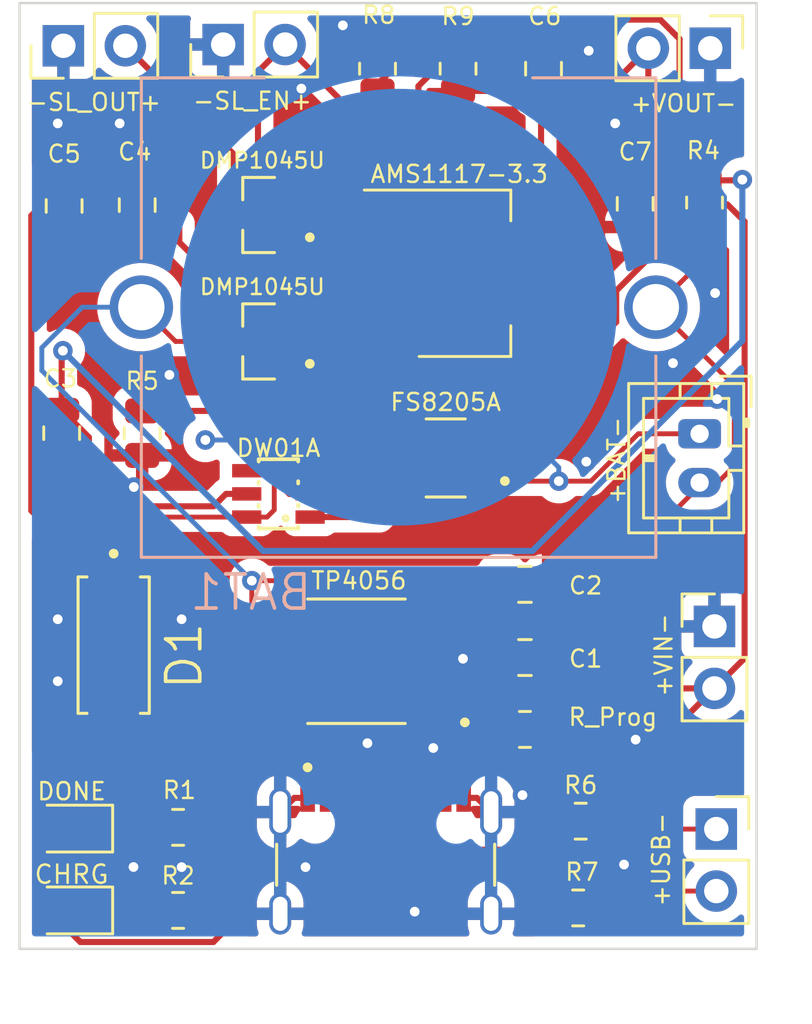
<source format=kicad_pcb>
(kicad_pcb (version 20211014) (generator pcbnew)
  (layers (0 "F.Cu" signal) (31 "B.Cu" signal) (34 "B.Paste" user) (35 "F.Paste" user) (36 "B.SilkS" user "B.Silkscreen") (37 "F.SilkS" user "F.Silkscreen") (38 "B.Mask" user) (39 "F.Mask" user) (44 "Edge.Cuts" user))
  (net 0 "")
  (net 1 "B-")
  (net 2 "B+")
  (net 3 "+5C")
  (net 4 "GND")
  (net 5 "Net-(C3-Pad1)")
  (net 6 "REG")
  (net 7 "LS+")
  (net 8 "SL_EN")
  (net 9 "SL+")
  (net 10 "Net-(LED1-Pad1)")
  (net 11 "Net-(LED2-Pad1)")
  (net 13 "Net-(P1-PadA6)")
  (net 14 "Net-(P1-PadA7)")
  (net 18 "Net-(R1-Pad2)")
  (net 19 "Net-(R2-Pad2)")
  (net 20 "Net-(R3-Pad1)")
  (net 21 "Net-(R5-Pad1)")
  (net 22 "D-")
  (net 23 "D+")
  (net 28 "Net-(U2-Pad1)")
  (net 29 "Net-(U2-Pad3)")
  (footprint "Connector_PinHeader_2.54mm:PinHeader_1x02_P2.54mm_Vertical" (layer "F.Cu") (at 79.4712 70.8899 90)
    (fp_text reference "J5" hide)
    (fp_text value "-SL_OUT+" (at -2.3129 1.25 180) (layer "F.SilkS") (effects (font (size 0.7 0.7) (thickness 0.1))))
    (fp_line (start 1.33 1.27) (end 1.33 3.87) (layer "F.SilkS") (width 0.12))
    (fp_line (start -1.33 -1.33) (end 0 -1.33) (layer "F.SilkS") (width 0.12))
    (fp_line (start -1.33 1.27) (end 1.33 1.27) (layer "F.SilkS") (width 0.12))
    (fp_line (start -1.33 0) (end -1.33 -1.33) (layer "F.SilkS") (width 0.12))
    (fp_line (start -1.33 1.27) (end -1.33 3.87) (layer "F.SilkS") (width 0.12))
    (fp_line (start -1.33 3.87) (end 1.33 3.87) (layer "F.SilkS") (width 0.12))
    (pad "1" thru_hole rect (at 0 0 90) (size 1.7 1.7) (drill 1) (layers *.Cu *.Mask) (net 4 "GND"))
    (pad "2" thru_hole oval (at 0 2.54 90) (size 1.7 1.7) (drill 1) (layers *.Cu *.Mask) (net 9 "SL+"))
  )
  (footprint "Resistor_SMD:R_0805_2012Metric" (layer "F.Cu") (at 84.1756 106.3244)
    (fp_text reference "R2" (at 0 -1.4224 180) (layer "F.SilkS") (effects (font (size 0.7 0.7) (thickness 0.1))))
    (fp_text value "1k")
    (fp_line (start -0.227064 0.735) (end 0.227064 0.735) (layer "F.SilkS") (width 0.12))
    (fp_line (start -0.227064 -0.735) (end 0.227064 -0.735) (layer "F.SilkS") (width 0.12))
    (pad "1" smd roundrect (at -0.9125 0) (size 1.025 1.4) (layers "F.Cu" "F.Paste" "F.Mask") (roundrect_rratio 0.243902439) (net 11 "Net-(LED2-Pad1)"))
    (pad "2" smd roundrect (at 0.9125 0) (size 1.025 1.4) (layers "F.Cu" "F.Paste" "F.Mask") (roundrect_rratio 0.243902439) (net 19 "Net-(R2-Pad2)"))
  )
  (footprint "Connector_PinHeader_2.54mm:PinHeader_1x02_P2.54mm_Vertical" (layer "F.Cu") (at 105.9996 70.9926 -90)
    (fp_text reference "J3" hide)
    (fp_text value "+VOUT-" (at 2.261 1.0976) (layer "F.SilkS") (effects (font (size 0.7 0.7) (thickness 0.1))))
    (fp_line (start 1.33 1.27) (end 1.33 3.87) (layer "F.SilkS") (width 0.12))
    (fp_line (start -1.33 3.87) (end 1.33 3.87) (layer "F.SilkS") (width 0.12))
    (fp_line (start -1.33 1.27) (end 1.33 1.27) (layer "F.SilkS") (width 0.12))
    (fp_line (start -1.33 0) (end -1.33 -1.33) (layer "F.SilkS") (width 0.12))
    (fp_line (start -1.33 1.27) (end -1.33 3.87) (layer "F.SilkS") (width 0.12))
    (fp_line (start -1.33 -1.33) (end 0 -1.33) (layer "F.SilkS") (width 0.12))
    (pad "1" thru_hole rect (at 0 0 270) (size 1.7 1.7) (drill 1) (layers *.Cu *.Mask) (net 4 "GND"))
    (pad "2" thru_hole oval (at 0 2.54 270) (size 1.7 1.7) (drill 1) (layers *.Cu *.Mask) (net 7 "LS+"))
  )
  (footprint "DW01A:SOT23-6" (layer "F.Cu") (at 88.2904 89.2556 90)
    (fp_text reference "U2" hide)
    (fp_text value "DW01A" (at 1.8796 0 180) (layer "F.SilkS") (effects (font (size 0.7 0.7) (thickness 0.1))))
    (fp_line (start -0.4458 -0.8128) (end -0.5398 -0.8128) (layer "F.SilkS") (width 0.1524))
    (fp_line (start 1.422 -0.81) (end 1.422 0.81) (layer "F.SilkS") (width 0.1524))
    (fp_line (start 0.522 0.81) (end 0.428 0.81) (layer "F.SilkS") (width 0.1524))
    (fp_line (start -1.328 0.81) (end -1.422 0.81) (layer "F.SilkS") (width 0.1524))
    (fp_line (start 1.328 -0.81) (end 1.422 -0.81) (layer "F.SilkS") (width 0.1524))
    (fp_line (start -0.428 0.81) (end -0.522 0.81) (layer "F.SilkS") (width 0.1524))
    (fp_line (start -1.422 0.81) (end -1.422 -0.81) (layer "F.SilkS") (width 0.1524))
    (fp_line (start 1.422 0.81) (end 1.328 0.81) (layer "F.SilkS") (width 0.1524))
    (fp_line (start -1.422 -0.81) (end -1.328 -0.81) (layer "F.SilkS") (width 0.1524))
    (fp_line (start 0.5042 -0.8128) (end 0.4102 -0.8128) (layer "F.SilkS") (width 0.1524))
    (fp_circle (center -1 0.3) (end -0.9 0.3) (layer "F.SilkS") (width 0.127) (fill none))
    (pad "1" smd rect (at -0.95 1.3 90) (size 0.55 1.2) (layers "F.Cu" "F.Paste" "F.Mask") (net 28 "Net-(U2-Pad1)"))
    (pad "2" smd rect (at 0 1.3 90) (size 0.55 1.2) (layers "F.Cu" "F.Paste" "F.Mask") (net 21 "Net-(R5-Pad1)"))
    (pad "3" smd rect (at 0.95 1.3 90) (size 0.55 1.2) (layers "F.Cu" "F.Paste" "F.Mask") (net 29 "Net-(U2-Pad3)"))
    (pad "4" smd rect (at 0.95 -1.3 90) (size 0.55 1.2) (layers "F.Cu" "F.Paste" "F.Mask"))
    (pad "5" smd rect (at 0 -1.3 90) (size 0.55 1.2) (layers "F.Cu" "F.Paste" "F.Mask") (net 5 "Net-(C3-Pad1)"))
    (pad "6" smd rect (at -0.95 -1.3 90) (size 0.55 1.2) (layers "F.Cu" "F.Paste" "F.Mask") (net 1 "B-"))
  )
  (footprint "Resistor_SMD:R_0805_2012Metric" (layer "F.Cu") (at 105.7656 77.3176 -90)
    (fp_text reference "R4" (at -2.1336 0.0508 180) (layer "F.SilkS") (effects (font (size 0.7 0.7) (thickness 0.1))))
    (fp_text value "100R")
    (fp_line (start -0.227064 -0.735) (end 0.227064 -0.735) (layer "F.SilkS") (width 0.12))
    (fp_line (start -0.227064 0.735) (end 0.227064 0.735) (layer "F.SilkS") (width 0.12))
    (pad "1" smd roundrect (at -0.9125 0 270) (size 1.025 1.4) (layers "F.Cu" "F.Paste" "F.Mask") (roundrect_rratio 0.243902439) (net 5 "Net-(C3-Pad1)"))
    (pad "2" smd roundrect (at 0.9125 0 270) (size 1.025 1.4) (layers "F.Cu" "F.Paste" "F.Mask") (roundrect_rratio 0.243902439) (net 2 "B+"))
  )
  (footprint "Resistor_SMD:R_0805_2012Metric" (layer "F.Cu") (at 95.6564 71.8293 90)
    (fp_text reference "R9" (at 2.1488 0 180) (layer "F.SilkS") (effects (font (size 0.7 0.7) (thickness 0.1))))
    (fp_text value "10k")
    (fp_line (start -0.227064 0.735) (end 0.227064 0.735) (layer "F.SilkS") (width 0.12))
    (fp_line (start -0.227064 -0.735) (end 0.227064 -0.735) (layer "F.SilkS") (width 0.12))
    (pad "1" smd roundrect (at -0.9125 0 90) (size 1.025 1.4) (layers "F.Cu" "F.Paste" "F.Mask") (roundrect_rratio 0.243902439) (net 7 "LS+"))
    (pad "2" smd roundrect (at 0.9125 0 90) (size 1.025 1.4) (layers "F.Cu" "F.Paste" "F.Mask") (roundrect_rratio 0.243902439) (net 8 "SL_EN"))
  )
  (footprint "Capacitor_SMD:C_0805_2012Metric" (layer "F.Cu") (at 98.3996 95.9612)
    (fp_text reference "C1" (at 2.4892 0.0508 180) (layer "F.SilkS") (effects (font (size 0.7 0.7) (thickness 0.1))))
    (fp_text value "100n")
    (fp_line (start -0.261252 -0.735) (end 0.261252 -0.735) (layer "F.SilkS") (width 0.12))
    (fp_line (start -0.261252 0.735) (end 0.261252 0.735) (layer "F.SilkS") (width 0.12))
    (pad "1" smd roundrect (at -0.95 0) (size 1 1.45) (layers "F.Cu" "F.Paste" "F.Mask") (net 3 "+5C"))
    (pad "2" smd roundrect (at 0.95 0) (size 1 1.45) (layers "F.Cu" "F.Paste" "F.Mask") (net 4 "GND"))
  )
  (footprint "Resistor_SMD:R_0805_2012Metric" (layer "F.Cu") (at 98.3996 98.9076)
    (fp_text reference "R_Prog" (at 3.6068 -0.508) (layer "F.SilkS") (effects (font (size 0.7 0.7) (thickness 0.1))))
    (fp_text value "35k")
    (fp_line (start -0.227064 0.735) (end 0.227064 0.735) (layer "F.SilkS") (width 0.12))
    (fp_line (start -0.227064 -0.735) (end 0.227064 -0.735) (layer "F.SilkS") (width 0.12))
    (pad "1" smd roundrect (at -0.9125 0) (size 1.025 1.4) (layers "F.Cu" "F.Paste" "F.Mask") (roundrect_rratio 0.243902439) (net 20 "Net-(R3-Pad1)"))
    (pad "2" smd roundrect (at 0.9125 0) (size 1.025 1.4) (layers "F.Cu" "F.Paste" "F.Mask") (roundrect_rratio 0.243902439) (net 4 "GND"))
  )
  (footprint "FS8205:SOT95P280X145-6N" (layer "F.Cu") (at 95.1484 87.7824 180)
    (fp_text reference "Q1" hide)
    (fp_text value "FS8205A" (at 0 2.286 180) (layer "F.SilkS") (effects (font (size 0.7 0.7) (thickness 0.1))))
    (fp_line (start -0.8 1.6) (end 0.8 1.6) (layer "F.SilkS") (width 0.127))
    (fp_line (start -0.8 -1.6) (end 0.8 -1.6) (layer "F.SilkS") (width 0.127))
    (fp_circle (center -2.428 -0.945) (end -2.328 -0.945) (layer "F.SilkS") (width 0.2) (fill none))
    (pad "1" smd roundrect locked (at -1.255 -0.95 180) (size 1.21 0.59) (layers "F.Cu" "F.Paste" "F.Mask") (roundrect_rratio 0.15) (net 1 "B-"))
    (pad "2" smd roundrect locked (at -1.255 0 180) (size 1.21 0.59) (layers "F.Cu" "F.Paste" "F.Mask") (roundrect_rratio 0.15))
    (pad "3" smd roundrect locked (at -1.255 0.95 180) (size 1.21 0.59) (layers "F.Cu" "F.Paste" "F.Mask") (roundrect_rratio 0.15) (net 4 "GND"))
    (pad "4" smd roundrect locked (at 1.255 0.95 180) (size 1.21 0.59) (layers "F.Cu" "F.Paste" "F.Mask") (roundrect_rratio 0.15) (net 29 "Net-(U2-Pad3)"))
    (pad "5" smd roundrect locked (at 1.255 0 180) (size 1.21 0.59) (layers "F.Cu" "F.Paste" "F.Mask") (roundrect_rratio 0.15))
    (pad "6" smd roundrect locked (at 1.255 -0.95 180) (size 1.21 0.59) (layers "F.Cu" "F.Paste" "F.Mask") (roundrect_rratio 0.15) (net 28 "Net-(U2-Pad1)"))
  )
  (footprint "Connector_PinSocket_2.54mm:PinSocket_1x02_P2.54mm_Vertical" (layer "F.Cu") (at 106.2478 102.9916)
    (fp_text reference "USB1" hide)
    (fp_text value "+USB-" (at -2.2602 1.25 90) (layer "F.SilkS") (effects (font (size 0.7 0.7) (thickness 0.1))))
    (fp_line (start -1.33 3.87) (end 1.33 3.87) (layer "F.SilkS") (width 0.12))
    (fp_line (start 1.33 1.27) (end 1.33 3.87) (layer "F.SilkS") (width 0.12))
    (fp_line (start 1.33 -1.33) (end 1.33 0) (layer "F.SilkS") (width 0.12))
    (fp_line (start -1.33 1.27) (end 1.33 1.27) (layer "F.SilkS") (width 0.12))
    (fp_line (start 0 -1.33) (end 1.33 -1.33) (layer "F.SilkS") (width 0.12))
    (fp_line (start -1.33 1.27) (end -1.33 3.87) (layer "F.SilkS") (width 0.12))
    (pad "1" thru_hole rect (at 0 0) (size 1.7 1.7) (drill 1) (layers *.Cu *.Mask) (net 22 "D-"))
    (pad "2" thru_hole oval (at 0 2.54) (size 1.7 1.7) (drill 1) (layers *.Cu *.Mask) (net 23 "D+"))
  )
  (footprint "Resistor_SMD:R_0805_2012Metric" (layer "F.Cu") (at 82.7024 86.7664 -90)
    (fp_text reference "R5" (at -2.1355 0 180) (layer "F.SilkS") (effects (font (size 0.7 0.7) (thickness 0.1))))
    (fp_text value "1k")
    (fp_line (start -0.227064 -0.735) (end 0.227064 -0.735) (layer "F.SilkS") (width 0.12))
    (fp_line (start -0.227064 0.735) (end 0.227064 0.735) (layer "F.SilkS") (width 0.12))
    (pad "1" smd roundrect (at -0.9125 0 270) (size 1.025 1.4) (layers "F.Cu" "F.Paste" "F.Mask") (roundrect_rratio 0.243902439) (net 21 "Net-(R5-Pad1)"))
    (pad "2" smd roundrect (at 0.9125 0 270) (size 1.025 1.4) (layers "F.Cu" "F.Paste" "F.Mask") (roundrect_rratio 0.243902439) (net 4 "GND"))
  )
  (footprint "SS34:DIOM5226X240N" (layer "F.Cu") (at 81.534 95.4532 -90)
    (fp_text reference "D1" (at 0.445 -2.889 -90) (layer "F.SilkS") (effects (font (size 1.4 1.4))))
    (fp_text value "SS34")
    (fp_line (start 2.795 -1.46) (end 2.795 -1.095) (layer "F.SilkS") (width 0.127))
    (fp_line (start 2.795 1.46) (end -2.795 1.46) (layer "F.SilkS") (width 0.127))
    (fp_line (start -2.795 -1.095) (end -2.795 -1.46) (layer "F.SilkS") (width 0.127))
    (fp_line (start 2.795 1.095) (end 2.795 1.46) (layer "F.SilkS") (width 0.127))
    (fp_line (start -2.795 -1.46) (end 2.795 -1.46) (layer "F.SilkS") (width 0.127))
    (fp_line (start -2.795 1.46) (end -2.795 1.095) (layer "F.SilkS") (width 0.127))
    (fp_circle (center -3.75 0) (end -3.65 0) (layer "F.SilkS") (width 0.2) (fill none))
    (pad "A" smd rect locked (at 2.135 0 270) (size 2.33 1.55) (layers "F.Cu" "F.Paste" "F.Mask") (net 3 "+5C"))
    (pad "C" smd rect locked (at -2.135 0 270) (size 2.33 1.55) (layers "F.Cu" "F.Paste" "F.Mask") (net 6 "REG"))
  )
  (footprint "Capacitor_SMD:C_0805_2012Metric" (layer "F.Cu") (at 102.9208 77.3684 -90)
    (fp_text reference "C7" (at -2.1336 0 180) (layer "F.SilkS") (effects (font (size 0.7 0.7) (thickness 0.1))))
    (fp_text value "4u7")
    (fp_line (start -0.261252 0.735) (end 0.261252 0.735) (layer "F.SilkS") (width 0.12))
    (fp_line (start -0.261252 -0.735) (end 0.261252 -0.735) (layer "F.SilkS") (width 0.12))
    (pad "1" smd roundrect (at -0.95 0 270) (size 1 1.45) (layers "F.Cu" "F.Paste" "F.Mask") (net 7 "LS+"))
    (pad "2" smd roundrect (at 0.95 0 270) (size 1 1.45) (layers "F.Cu" "F.Paste" "F.Mask") (net 4 "GND"))
  )
  (footprint "Resistor_SMD:R_0805_2012Metric" (layer "F.Cu") (at 100.6856 102.6668 180)
    (fp_text reference "R6" (at 0 1.4732 180) (layer "F.SilkS") (effects (font (size 0.7 0.7) (thickness 0.1))))
    (fp_text value "22R")
    (fp_line (start -0.227064 0.735) (end 0.227064 0.735) (layer "F.SilkS") (width 0.12))
    (fp_line (start -0.227064 -0.735) (end 0.227064 -0.735) (layer "F.SilkS") (width 0.12))
    (pad "1" smd roundrect (at -0.9125 0 180) (size 1.025 1.4) (layers "F.Cu" "F.Paste" "F.Mask") (roundrect_rratio 0.243902439) (net 22 "D-"))
    (pad "2" smd roundrect (at 0.9125 0 180) (size 1.025 1.4) (layers "F.Cu" "F.Paste" "F.Mask") (roundrect_rratio 0.243902439) (net 14 "Net-(P1-PadA7)"))
  )
  (footprint "LED_SMD:LED_0805_2012Metric" (layer "F.Cu") (at 79.8068 102.9716 180)
    (fp_text reference "LED1" hide)
    (fp_text value "DONE" (at 0 1.524) (layer "F.SilkS") (effects (font (size 0.7 0.7) (thickness 0.1))))
    (fp_line (start -1.685 0.96) (end 1 0.96) (layer "F.SilkS") (width 0.12))
    (fp_line (start 1 -0.96) (end -1.685 -0.96) (layer "F.SilkS") (width 0.12))
    (fp_line (start -1.685 -0.96) (end -1.685 0.96) (layer "F.SilkS") (width 0.12))
    (pad "1" smd roundrect (at -0.9375 0 180) (size 0.975 1.4) (layers "F.Cu" "F.Paste" "F.Mask") (net 10 "Net-(LED1-Pad1)"))
    (pad "2" smd roundrect (at 0.9375 0 180) (size 0.975 1.4) (layers "F.Cu" "F.Paste" "F.Mask") (net 3 "+5C"))
  )
  (footprint "Resistor_SMD:R_0805_2012Metric" (layer "F.Cu") (at 92.3544 71.8293 90)
    (fp_text reference "R8" (at 2.1996 0.0508 180) (layer "F.SilkS") (effects (font (size 0.7 0.7) (thickness 0.1))))
    (fp_text value "10k")
    (fp_line (start -0.227064 -0.735) (end 0.227064 -0.735) (layer "F.SilkS") (width 0.12))
    (fp_line (start -0.227064 0.735) (end 0.227064 0.735) (layer "F.SilkS") (width 0.12))
    (pad "1" smd roundrect (at -0.9125 0 90) (size 1.025 1.4) (layers "F.Cu" "F.Paste" "F.Mask") (roundrect_rratio 0.243902439) (net 3 "+5C"))
    (pad "2" smd roundrect (at 0.9125 0 90) (size 1.025 1.4) (layers "F.Cu" "F.Paste" "F.Mask") (roundrect_rratio 0.243902439) (net 4 "GND"))
  )
  (footprint "Connector_JST:JST_PH_B2B-PH-K_1x02_P2.00mm_Vertical" (layer "F.Cu") (at 105.5624 86.7918 -90)
    (fp_text reference "BAT2" hide)
    (fp_text value "+BAT-" (at 1.0922 3.4036 -90) (layer "F.SilkS") (effects (font (size 0.7 0.7) (thickness 0.1))))
    (fp_line (start 0.9 2.3) (end 0.9 1.8) (layer "F.SilkS") (width 0.12))
    (fp_line (start -1.11 -2.11) (end -2.36 -2.11) (layer "F.SilkS") (width 0.12))
    (fp_line (start 4.06 -0.5) (end 3.45 -0.5) (layer "F.SilkS") (width 0.12))
    (fp_line (start -0.3 -1.91) (end -0.6 -1.91) (layer "F.SilkS") (width 0.12))
    (fp_line (start 0.5 -1.81) (end 0.5 -1.2) (layer "F.SilkS") (width 0.12))
    (fp_line (start 0.9 1.8) (end 1.1 1.8) (layer "F.SilkS") (width 0.12))
    (fp_line (start 4.06 -1.81) (end -2.06 -1.81) (layer "F.SilkS") (width 0.12))
    (fp_line (start -0.6 -2.01) (end -0.6 -1.81) (layer "F.SilkS") (width 0.12))
    (fp_line (start 3.45 2.3) (end 3.45 -1.2) (layer "F.SilkS") (width 0.12))
    (fp_line (start 4.06 0.8) (end 3.45 0.8) (layer "F.SilkS") (width 0.12))
    (fp_line (start 4.06 2.91) (end 4.06 -1.81) (layer "F.SilkS") (width 0.12))
    (fp_line (start -2.06 -0.5) (end -1.45 -0.5) (layer "F.SilkS") (width 0.12))
    (fp_line (start 1.1 1.8) (end 1.1 2.3) (layer "F.SilkS") (width 0.12))
    (fp_line (start -2.06 -1.81) (end -2.06 2.91) (layer "F.SilkS") (width 0.12))
    (fp_line (start -1.45 -1.2) (end -1.45 2.3) (layer "F.SilkS") (width 0.12))
    (fp_line (start -0.3 -1.81) (end -0.3 -2.01) (layer "F.SilkS") (width 0.12))
    (fp_line (start -2.06 2.91) (end 4.06 2.91) (layer "F.SilkS") (width 0.12))
    (fp_line (start -0.3 -2.01) (end -0.6 -2.01) (layer "F.SilkS") (width 0.12))
    (fp_line (start -2.06 0.8) (end -1.45 0.8) (layer "F.SilkS") (width 0.12))
    (fp_line (start 0.5 -1.2) (end -1.45 -1.2) (layer "F.SilkS") (width 0.12))
    (fp_line (start -2.36 -2.11) (end -2.36 -0.86) (layer "F.SilkS") (width 0.12))
    (fp_line (start 1 2.3) (end 1 1.8) (layer "F.SilkS") (width 0.12))
    (fp_line (start 1.5 -1.2) (end 1.5 -1.81) (layer "F.SilkS") (width 0.12))
    (fp_line (start 3.45 -1.2) (end 1.5 -1.2) (layer "F.SilkS") (width 0.12))
    (fp_line (start -1.45 2.3) (end 3.45 2.3) (layer "F.SilkS") (width 0.12))
    (pad "1" thru_hole roundrect (at 0 0 270) (size 1.2 1.75) (drill 0.75) (layers *.Cu *.Mask) (roundrect_rratio 0.2083333333) (net 1 "B-"))
    (pad "2" thru_hole oval (at 2 0 270) (size 1.2 1.75) (drill 0.75) (layers *.Cu *.Mask) (net 2 "B+"))
  )
  (footprint "Capacitor_SMD:C_0805_2012Metric" (layer "F.Cu") (at 98.3996 92.964)
    (fp_text reference "C2" (at 2.4892 0.0508 180) (layer "F.SilkS") (effects (font (size 0.7 0.7) (thickness 0.1))))
    (fp_text value "10u")
    (fp_line (start -0.261252 -0.735) (end 0.261252 -0.735) (layer "F.SilkS") (width 0.12))
    (fp_line (start -0.261252 0.735) (end 0.261252 0.735) (layer "F.SilkS") (width 0.12))
    (pad "1" smd roundrect (at -0.95 0) (size 1 1.45) (layers "F.Cu" "F.Paste" "F.Mask") (net 2 "B+"))
    (pad "2" smd roundrect (at 0.95 0) (size 1 1.45) (layers "F.Cu" "F.Paste" "F.Mask") (net 4 "GND"))
  )
  (footprint "Resistor_SMD:R_0805_2012Metric" (layer "F.Cu") (at 84.1756 102.9208)
    (fp_text reference "R1" (at 0.0508 -1.524 180) (layer "F.SilkS") (effects (font (size 0.7 0.7) (thickness 0.1))))
    (fp_text value "1k")
    (fp_line (start -0.227064 0.735) (end 0.227064 0.735) (layer "F.SilkS") (width 0.12))
    (fp_line (start -0.227064 -0.735) (end 0.227064 -0.735) (layer "F.SilkS") (width 0.12))
    (pad "1" smd roundrect (at -0.9125 0) (size 1.025 1.4) (layers "F.Cu" "F.Paste" "F.Mask") (roundrect_rratio 0.243902439) (net 10 "Net-(LED1-Pad1)"))
    (pad "2" smd roundrect (at 0.9125 0) (size 1.025 1.4) (layers "F.Cu" "F.Paste" "F.Mask") (roundrect_rratio 0.243902439) (net 18 "Net-(R1-Pad2)"))
  )
  (footprint "Capacitor_SMD:C_0805_2012Metric" (layer "F.Cu") (at 82.4992 77.4192 -90)
    (fp_text reference "C4" (at -2.1844 0.1016) (layer "F.SilkS") (effects (font (size 0.7 0.7) (thickness 0.1))))
    (fp_text value "4u7")
    (fp_line (start -0.261252 -0.735) (end 0.261252 -0.735) (layer "F.SilkS") (width 0.12))
    (fp_line (start -0.261252 0.735) (end 0.261252 0.735) (layer "F.SilkS") (width 0.12))
    (pad "1" smd roundrect (at -0.95 0 270) (size 1 1.45) (layers "F.Cu" "F.Paste" "F.Mask") (net 6 "REG"))
    (pad "2" smd roundrect (at 0.95 0 270) (size 1 1.45) (layers "F.Cu" "F.Paste" "F.Mask") (net 4 "GND"))
  )
  (footprint "Capacitor_SMD:C_0805_2012Metric" (layer "F.Cu") (at 79.502 77.4548 -90)
    (fp_text reference "C5" (at -2.1336 0 -180) (layer "F.SilkS") (effects (font (size 0.7 0.7) (thickness 0.1))))
    (fp_text value "1u")
    (fp_line (start -0.261252 -0.735) (end 0.261252 -0.735) (layer "F.SilkS") (width 0.12))
    (fp_line (start -0.261252 0.735) (end 0.261252 0.735) (layer "F.SilkS") (width 0.12))
    (pad "1" smd roundrect (at -0.95 0 270) (size 1 1.45) (layers "F.Cu" "F.Paste" "F.Mask") (net 6 "REG"))
    (pad "2" smd roundrect (at 0.95 0 270) (size 1 1.45) (layers "F.Cu" "F.Paste" "F.Mask") (net 4 "GND"))
  )
  (footprint "TP4056:SOP127P600X175-9N" (layer "F.Cu") (at 91.4908 96.1136 180)
    (fp_text reference "U1" hide)
    (fp_text value "TP4056" (at -0.1016 3.302) (layer "F.SilkS") (effects (font (size 0.7 0.7) (thickness 0.1))))
    (fp_line (start -2 2.55) (end 2 2.55) (layer "F.SilkS") (width 0.127))
    (fp_line (start -2 -2.55) (end 2 -2.55) (layer "F.SilkS") (width 0.127))
    (fp_circle (center -4.445 -2.505) (end -4.345 -2.505) (layer "F.SilkS") (width 0.2) (fill none))
    (pad "1" smd roundrect locked (at -2.475 -1.905 180) (size 1.97 0.6) (layers "F.Cu" "F.Paste" "F.Mask") (roundrect_rratio 0.07) (net 4 "GND"))
    (pad "2" smd roundrect locked (at -2.475 -0.635 180) (size 1.97 0.6) (layers "F.Cu" "F.Paste" "F.Mask") (roundrect_rratio 0.07) (net 20 "Net-(R3-Pad1)"))
    (pad "3" smd roundrect locked (at -2.475 0.635 180) (size 1.97 0.6) (layers "F.Cu" "F.Paste" "F.Mask") (roundrect_rratio 0.07) (net 4 "GND"))
    (pad "4" smd roundrect locked (at -2.475 1.905 180) (size 1.97 0.6) (layers "F.Cu" "F.Paste" "F.Mask") (roundrect_rratio 0.07) (net 3 "+5C"))
    (pad "5" smd roundrect locked (at 2.475 1.905 180) (size 1.97 0.6) (layers "F.Cu" "F.Paste" "F.Mask") (roundrect_rratio 0.07) (net 2 "B+"))
    (pad "6" smd roundrect locked (at 2.475 0.635 180) (size 1.97 0.6) (layers "F.Cu" "F.Paste" "F.Mask") (roundrect_rratio 0.07) (net 18 "Net-(R1-Pad2)"))
    (pad "7" smd roundrect locked (at 2.475 -0.635 180) (size 1.97 0.6) (layers "F.Cu" "F.Paste" "F.Mask") (roundrect_rratio 0.07) (net 19 "Net-(R2-Pad2)"))
    (pad "8" smd roundrect locked (at 2.475 -1.905 180) (size 1.97 0.6) (layers "F.Cu" "F.Paste" "F.Mask") (roundrect_rratio 0.07) (net 3 "+5C"))
    (pad "9" smd rect locked (at 0 0 180) (size 2.413 3.302) (layers "F.Cu" "F.Mask") (net 4 "GND"))
  )
  (footprint "Package_TO_SOT_SMD:SOT-223-3_TabPin2" (layer "F.Cu") (at 95.9104 80.2132)
    (fp_text reference "U3" hide)
    (fp_text value "AMS1117-3.3" (at -0.2032 -4.064) (layer "F.SilkS") (effects (font (size 0.7 0.7) (thickness 0.1))))
    (fp_line (start -1.85 3.41) (end 1.91 3.41) (layer "F.SilkS") (width 0.12))
    (fp_line (start 1.91 3.41) (end 1.91 2.15) (layer "F.SilkS") (width 0.12))
    (fp_line (start -4.1 -3.41) (end 1.91 -3.41) (layer "F.SilkS") (width 0.12))
    (fp_line (start 1.91 -3.41) (end 1.91 -2.15) (layer "F.SilkS") (width 0.12))
    (pad "1" smd rect (at -3.15 -2.3) (size 2 1.5) (layers "F.Cu" "F.Paste" "F.Mask") (net 4 "GND"))
    (pad "2" smd rect (at 3.15 0) (size 2 3.8) (layers "F.Cu" "F.Paste" "F.Mask") (net 7 "LS+"))
    (pad "2" smd rect (at -3.15 0) (size 2 1.5) (layers "F.Cu" "F.Paste" "F.Mask") (net 7 "LS+"))
    (pad "3" smd rect (at -3.15 2.3) (size 2 1.5) (layers "F.Cu" "F.Paste" "F.Mask") (net 6 "REG"))
  )
  (footprint "Connector_PinHeader_2.54mm:PinHeader_1x02_P2.54mm_Vertical" (layer "F.Cu") (at 86.0244 70.8391 90)
    (fp_text reference "J4" hide)
    (fp_text value "-SL_EN+" (at -2.3129 1.1992 180) (layer "F.SilkS") (effects (font (size 0.7 0.7) (thickness 0.1))))
    (fp_line (start -1.33 3.87) (end 1.33 3.87) (layer "F.SilkS") (width 0.12))
    (fp_line (start -1.33 1.27) (end 1.33 1.27) (layer "F.SilkS") (width 0.12))
    (fp_line (start -1.33 0) (end -1.33 -1.33) (layer "F.SilkS") (width 0.12))
    (fp_line (start -1.33 -1.33) (end 0 -1.33) (layer "F.SilkS") (width 0.12))
    (fp_line (start -1.33 1.27) (end -1.33 3.87) (layer "F.SilkS") (width 0.12))
    (fp_line (start 1.33 1.27) (end 1.33 3.87) (layer "F.SilkS") (width 0.12))
    (pad "1" thru_hole rect (at 0 0 90) (size 1.7 1.7) (drill 1) (layers *.Cu *.Mask) (net 4 "GND"))
    (pad "2" thru_hole oval (at 0 2.54 90) (size 1.7 1.7) (drill 1) (layers *.Cu *.Mask) (net 8 "SL_EN"))
  )
  (footprint "Resistor_SMD:R_0805_2012Metric" (layer "F.Cu") (at 100.584 106.2228 180)
    (fp_text reference "R7" (at -0.1524 1.4732 180) (layer "F.SilkS") (effects (font (size 0.7 0.7) (thickness 0.1))))
    (fp_text value "22R")
    (fp_line (start -0.227064 -0.735) (end 0.227064 -0.735) (layer "F.SilkS") (width 0.12))
    (fp_line (start -0.227064 0.735) (end 0.227064 0.735) (layer "F.SilkS") (width 0.12))
    (pad "1" smd roundrect (at -0.9125 0 180) (size 1.025 1.4) (layers "F.Cu" "F.Paste" "F.Mask") (roundrect_rratio 0.243902439) (net 23 "D+"))
    (pad "2" smd roundrect (at 0.9125 0 180) (size 1.025 1.4) (layers "F.Cu" "F.Paste" "F.Mask") (roundrect_rratio 0.243902439) (net 13 "Net-(P1-PadA6)"))
  )
  (footprint "DMP1045U:SOT91P240X110-3N" (layer "F.Cu") (at 87.4776 83.0072 180)
    (fp_text reference "Q2" hide)
    (fp_text value "DMP1045U" (at -0.1524 2.2352 180) (layer "F.SilkS") (effects (font (size 0.64 0.64) (thickness 0.1))))
    (fp_line (start -0.65 -1.54) (end 0.65 -1.54) (layer "F.SilkS") (width 0.127))
    (fp_line (start -0.65 1.54) (end 0.65 1.54) (layer "F.SilkS") (width 0.127))
    (fp_line (start 0.65 1.54) (end 0.65 0.625) (layer "F.SilkS") (width 0.127))
    (fp_line (start 0.65 -1.54) (end 0.65 -0.625) (layer "F.SilkS") (width 0.127))
    (fp_circle (center -2.1 -0.915) (end -2 -0.915) (layer "F.SilkS") (width 0.2) (fill none))
    (pad "1" smd roundrect locked (at -1.07 -0.915 180) (size 1.09 0.61) (layers "F.Cu" "F.Paste" "F.Mask") (roundrect_rratio 0.08) (net 3 "+5C"))
    (pad "2" smd roundrect locked (at -1.07 0.915 180) (size 1.09 0.61) (layers "F.Cu" "F.Paste" "F.Mask") (roundrect_rratio 0.08) (net 6 "REG"))
    (pad "3" smd roundrect locked (at 1.07 0 180) (size 1.09 0.61) (layers "F.Cu" "F.Paste" "F.Mask") (roundrect_rratio 0.08) (net 2 "B+"))
  )
  (footprint "Capacitor_SMD:C_0805_2012Metric" (layer "F.Cu") (at 99.1616 71.8293 90)
    (fp_text reference "C6" (at 2.1488 0.0508 180) (layer "F.SilkS") (effects (font (size 0.7 0.7) (thickness 0.1))))
    (fp_text value "1u")
    (fp_line (start -0.261252 -0.735) (end 0.261252 -0.735) (layer "F.SilkS") (width 0.12))
    (fp_line (start -0.261252 0.735) (end 0.261252 0.735) (layer "F.SilkS") (width 0.12))
    (pad "1" smd roundrect (at -0.95 0 90) (size 1 1.45) (layers "F.Cu" "F.Paste" "F.Mask") (net 7 "LS+"))
    (pad "2" smd roundrect (at 0.95 0 90) (size 1 1.45) (layers "F.Cu" "F.Paste" "F.Mask") (net 4 "GND"))
  )
  (footprint "TYPE-C-31-M-12:HRO_TYPE-C-31-M-12" (layer "F.Cu") (at 92.6872 106.4629)
    (fp_text reference "P1")
    (fp_text value "USB_C_Plug")
    (fp_line (start -4.47 -2.85) (end -4.47 -1.17) (layer "F.SilkS") (width 0.127))
    (fp_line (start 4.47 -2.85) (end 4.47 -1.17) (layer "F.SilkS") (width 0.127))
    (fp_circle (center -3.2 -6) (end -3.1 -6) (layer "F.SilkS") (width 0.2) (fill none))
    (pad "" np_thru_hole circle (at 2.89 -3.68) (size 0.6 0.6) (drill 0.6) (layers *.Cu *.Mask))
    (pad "" np_thru_hole circle (at -2.89 -3.68) (size 0.6 0.6) (drill 0.6) (layers *.Cu *.Mask))
    (pad "A1_B12" smd rect (at -3.2 -4.75) (size 0.6 1.14) (layers "F.Cu" "F.Paste") (net 4 "GND"))
    (pad "A4_B9" smd rect (at -2.4 -4.75) (size 0.6 1.14) (layers "F.Cu" "F.Paste") (net 3 "+5C"))
    (pad "A5" smd rect (at -1.25 -4.75) (size 0.3 1.14) (layers "F.Cu" "F.Paste"))
    (pad "A6" smd rect (at -0.25 -4.75) (size 0.3 1.14) (layers "F.Cu" "F.Paste") (net 13 "Net-(P1-PadA6)"))
    (pad "A7" smd rect (at 0.25 -4.75) (size 0.3 1.14) (layers "F.Cu" "F.Paste") (net 14 "Net-(P1-PadA7)"))
    (pad "A8" smd rect (at 1.25 -4.75) (size 0.3 1.14) (layers "F.Cu" "F.Paste"))
    (pad "B1_A12" smd rect (at 3.2 -4.75) (size 0.6 1.14) (layers "F.Cu" "F.Paste") (net 4 "GND"))
    (pad "B4_A9" smd rect (at 2.4 -4.75) (size 0.6 1.14) (layers "F.Cu" "F.Paste") (net 3 "+5C"))
    (pad "B5" smd rect (at 1.75 -4.75) (size 0.3 1.14) (layers "F.Cu" "F.Paste"))
    (pad "B6" smd rect (at 0.75 -4.75) (size 0.3 1.14) (layers "F.Cu" "F.Paste"))
    (pad "B7" smd rect (at -0.75 -4.75) (size 0.3 1.14) (layers "F.Cu" "F.Paste"))
    (pad "B8" smd rect (at -1.75 -4.75) (size 0.3 1.14) (layers "F.Cu" "F.Paste"))
    (pad "S1" thru_hole oval (at -4.325 -4.17) (size 0.9 2) (drill oval 0.6 1.7) (layers *.Cu *.Mask) (net 4 "GND"))
    (pad "S2" thru_hole oval (at 4.325 -4.17) (size 0.9 2) (drill oval 0.6 1.7) (layers *.Cu *.Mask) (net 4 "GND"))
    (pad "S3" thru_hole oval (at -4.325 0) (size 0.9 1.7) (drill oval 0.6 1.4) (layers *.Cu *.Mask) (net 4 "GND"))
    (pad "S4" thru_hole oval (at 4.325 0) (size 0.9 1.7) (drill oval 0.6 1.4) (layers *.Cu *.Mask) (net 4 "GND"))
  )
  (footprint "Connector_PinHeader_2.54mm:PinHeader_1x02_P2.54mm_Vertical" (layer "F.Cu") (at 106.172 94.6862)
    (fp_text reference "VIN1" hide)
    (fp_text value "+VIN-" (at -2.0828 1.1734 90) (layer "F.SilkS") (effects (font (size 0.7 0.7) (thickness 0.1))))
    (fp_line (start -1.33 1.27) (end -1.33 3.87) (layer "F.SilkS") (width 0.12))
    (fp_line (start 1.33 1.27) (end 1.33 3.87) (layer "F.SilkS") (width 0.12))
    (fp_line (start -1.33 3.87) (end 1.33 3.87) (layer "F.SilkS") (width 0.12))
    (fp_line (start -1.33 -1.33) (end 0 -1.33) (layer "F.SilkS") (width 0.12))
    (fp_line (start -1.33 1.27) (end 1.33 1.27) (layer "F.SilkS") (width 0.12))
    (fp_line (start -1.33 0) (end -1.33 -1.33) (layer "F.SilkS") (width 0.12))
    (pad "1" thru_hole rect (at 0 0) (size 1.7 1.7) (drill 1) (layers *.Cu *.Mask) (net 4 "GND"))
    (pad "2" thru_hole oval (at 0 2.54) (size 1.7 1.7) (drill 1) (layers *.Cu *.Mask) (net 3 "+5C"))
  )
  (footprint "Capacitor_SMD:C_0805_2012Metric" (layer "F.Cu") (at 79.4004 86.7664 -90)
    (fp_text reference "C3" (at -2.2352 0.0508 180) (layer "F.SilkS") (effects (font (size 0.7 0.7) (thickness 0.1))))
    (fp_text value "100n")
    (fp_line (start -0.261252 0.735) (end 0.261252 0.735) (layer "F.SilkS") (width 0.12))
    (fp_line (start -0.261252 -0.735) (end 0.261252 -0.735) (layer "F.SilkS") (width 0.12))
    (pad "1" smd roundrect (at -0.95 0 270) (size 1 1.45) (layers "F.Cu" "F.Paste" "F.Mask") (net 5 "Net-(C3-Pad1)"))
    (pad "2" smd roundrect (at 0.95 0 270) (size 1 1.45) (layers "F.Cu" "F.Paste" "F.Mask") (net 1 "B-"))
  )
  (footprint "LED_SMD:LED_0805_2012Metric" (layer "F.Cu") (at 79.8068 106.3244 180)
    (fp_text reference "LED2" hide)
    (fp_text value "CHRG" (at 0 1.4732) (layer "F.SilkS") (effects (font (size 0.75 0.75) (thickness 0.1))))
    (fp_line (start -1.685 -0.96) (end -1.685 0.96) (layer "F.SilkS") (width 0.12))
    (fp_line (start 1 -0.96) (end -1.685 -0.96) (layer "F.SilkS") (width 0.12))
    (fp_line (start -1.685 0.96) (end 1 0.96) (layer "F.SilkS") (width 0.12))
    (pad "1" smd roundrect (at -0.9375 0 180) (size 0.975 1.4) (layers "F.Cu" "F.Paste" "F.Mask") (net 11 "Net-(LED2-Pad1)"))
    (pad "2" smd roundrect (at 0.9375 0 180) (size 0.975 1.4) (layers "F.Cu" "F.Paste" "F.Mask") (net 3 "+5C"))
  )
  (footprint "DMP1045U:SOT91P240X110-3N" (layer "F.Cu") (at 87.4776 77.8256 180)
    (fp_text reference "Q3" hide)
    (fp_text value "DMP1045U" (at -0.1524 2.2352 180) (layer "F.SilkS") (effects (font (size 0.64 0.64) (thickness 0.1))))
    (fp_line (start 0.65 1.54) (end 0.65 0.625) (layer "F.SilkS") (width 0.127))
    (fp_line (start 0.65 -1.54) (end 0.65 -0.625) (layer "F.SilkS") (width 0.127))
    (fp_line (start -0.65 -1.54) (end 0.65 -1.54) (layer "F.SilkS") (width 0.127))
    (fp_line (start -0.65 1.54) (end 0.65 1.54) (layer "F.SilkS") (width 0.127))
    (fp_circle (center -2.1 -0.915) (end -2 -0.915) (layer "F.SilkS") (width 0.2) (fill none))
    (pad "1" smd roundrect locked (at -1.07 -0.915 180) (size 1.09 0.61) (layers "F.Cu" "F.Paste" "F.Mask") (roundrect_rratio 0.08) (net 8 "SL_EN"))
    (pad "2" smd roundrect locked (at -1.07 0.915 180) (size 1.09 0.61) (layers "F.Cu" "F.Paste" "F.Mask") (roundrect_rratio 0.08) (net 7 "LS+"))
    (pad "3" smd roundrect locked (at 1.07 0 180) (size 1.09 0.61) (layers "F.Cu" "F.Paste" "F.Mask") (roundrect_rratio 0.08) (net 9 "SL+"))
  )
  (footprint "BAT-HLD-005-THM:BAT_BAT-HLD-005-THM" (layer "B.Cu") (at 93.218 81.6034)
    (fp_text reference "BAT1" (at -6.055 11.689 180) (layer "B.SilkS") (effects (font (size 1.4 1.4)) (justify mirror)))
    (fp_text value "BAT-HLD-005-THM")
    (fp_line (start -10.55 -2) (end -10.55 -9.4) (layer "B.SilkS") (width 0.127))
    (fp_line (start 10.55 -9.4) (end 10.55 -2) (layer "B.SilkS") (width 0.127))
    (fp_line (start 5.5 -9.4) (end 10.55 -9.4) (layer "B.SilkS") (width 0.127))
    (fp_line (start -10.55 2) (end -10.55 10.25) (layer "B.SilkS") (width 0.127))
    (fp_line (start -10.55 -9.4) (end -5.5 -9.4) (layer "B.SilkS") (width 0.127))
    (fp_line (start 10.55 10.25) (end 10.55 2) (layer "B.SilkS") (width 0.127))
    (fp_line (start -10.55 10.25) (end 10.55 10.25) (layer "B.SilkS") (width 0.127))
    (pad "N" smd circle locked (at 0 0) (size 17.9 17.9) (layers "B.Cu" "B.Mask") (net 1 "B-"))
    (pad "P1" thru_hole circle locked (at -10.55 0) (size 2.6 2.6) (drill 1.9) (layers *.Cu *.Mask) (net 2 "B+"))
    (pad "P2" thru_hole circle locked (at 10.55 0) (size 2.6 2.6) (drill 1.9) (layers *.Cu *.Mask) (net 2 "B+"))
  )
  (gr_rect (start 77.6732 69.1388) (end 107.8992 107.8992) (layer "Edge.Cuts") (width 0.1) (fill none))
  (segment (start 88.1194 87.9596) (end 88.1194 89.9092) (width 0.2) (layer "F.Cu") (net 1))
  (segment (start 96.4034 88.7324) (end 101.10655 88.7324) (width 0.2) (layer "F.Cu") (net 1))
  (segment (start 81.8896 90.2056) (end 79.4004 87.7164) (width 0.2) (layer "F.Cu") (net 1))
  (segment (start 86.9904 90.2056) (end 81.8896 90.2056) (width 0.2) (layer "F.Cu") (net 1))
  (segment (start 87.823 90.2056) (end 86.9904 90.2056) (width 0.2) (layer "F.Cu") (net 1))
  (segment (start 87.2056 87.0458) (end 88.1194 87.9596) (width 0.2) (layer "F.Cu") (net 1))
  (segment (start 103.04715 86.7918) (end 105.5624 86.7918) (width 0.2) (layer "F.Cu") (net 1))
  (segment (start 101.10655 88.7324) (end 103.04715 86.7918) (width 0.2) (layer "F.Cu") (net 1))
  (segment (start 85.2932 87.0458) (end 87.2056 87.0458) (width 0.2) (layer "F.Cu") (net 1))
  (segment (start 88.1194 89.9092) (end 87.823 90.2056) (width 0.2) (layer "F.Cu") (net 1))
  (via (at 85.2932 87.0458) (size 0.8) (drill 0.4) (layers "F.Cu" "B.Cu") (net 1))
  (via (at 99.7864 88.7324) (size 0.8) (drill 0.4) (layers "F.Cu" "B.Cu") (net 1))
  (segment (start 85.2932 87.0458) (end 87.7756 87.0458) (width 0.2) (layer "B.Cu") (net 1))
  (segment (start 99.7864 88.1718) (end 93.218 81.6034) (width 0.2) (layer "B.Cu") (net 1))
  (segment (start 99.7864 88.7324) (end 99.7864 88.1718) (width 0.2) (layer "B.Cu") (net 1))
  (segment (start 87.7756 87.0458) (end 93.218 81.6034) (width 0.2) (layer "B.Cu") (net 1))
  (segment (start 106.9826 88.1148) (end 106.9826 84.818) (width 0.2) (layer "F.Cu") (net 2))
  (segment (start 100.1268 94.361) (end 98.8466 94.361) (width 0.2) (layer "F.Cu") (net 2))
  (segment (start 105.5624 88.9254) (end 100.1268 94.361) (width 0.2) (layer "F.Cu") (net 2))
  (segment (start 87.1982 92.8116) (end 97.2972 92.8116) (width 0.2) (layer "F.Cu") (net 2))
  (segment (start 105.5624 88.7918) (end 106.3056 88.7918) (width 0.2) (layer "F.Cu") (net 2))
  (segment (start 87.1982 92.8116) (end 87.1982 93.661) (width 0.2) (layer "F.Cu") (net 2))
  (segment (start 106.3056 88.7918) (end 106.9826 88.1148) (width 0.2) (layer "F.Cu") (net 2))
  (segment (start 84.0718 83.0072) (end 86.4076 83.0072) (width 0.2) (layer "F.Cu") (net 2))
  (segment (start 87.1982 93.661) (end 87.7458 94.2086) (width 0.2) (layer "F.Cu") (net 2))
  (segment (start 105.5624 88.7918) (end 105.5624 88.9254) (width 0.2) (layer "F.Cu") (net 2))
  (segment (start 105.7656 79.6058) (end 103.768 81.6034) (width 0.2) (layer "F.Cu") (net 2))
  (segment (start 84.0718 83.0072) (end 82.668 81.6034) (width 0.2) (layer "F.Cu") (net 2))
  (segment (start 98.8466 94.361) (end 97.4496 92.964) (width 0.2) (layer "F.Cu") (net 2))
  (segment (start 105.7656 78.2301) (end 105.7656 79.6058) (width 0.2) (layer "F.Cu") (net 2))
  (segment (start 87.7458 94.2086) (end 89.0158 94.2086) (width 0.2) (layer "F.Cu") (net 2))
  (segment (start 97.2972 92.8116) (end 97.4496 92.964) (width 0.2) (layer "F.Cu") (net 2))
  (segment (start 106.9826 84.818) (end 103.768 81.6034) (width 0.2) (layer "F.Cu") (net 2))
  (via (at 87.1982 92.8116) (size 0.8) (drill 0.4) (layers "F.Cu" "B.Cu") (net 2))
  (segment (start 80.24605 81.6034) (end 78.5876 83.26185) (width 0.2) (layer "B.Cu") (net 2))
  (segment (start 78.5876 84.201) (end 87.1982 92.8116) (width 0.2) (layer "B.Cu") (net 2))
  (segment (start 78.5876 83.26185) (end 78.5876 84.201) (width 0.2) (layer "B.Cu") (net 2))
  (segment (start 82.668 81.6034) (end 80.24605 81.6034) (width 0.2) (layer "B.Cu") (net 2))
  (segment (start 86.5124 106.7308) (end 86.5124 99.4664) (width 0.25) (layer "F.Cu") (net 3))
  (segment (start 96.1696 100.05) (end 95.0872 101.1324) (width 0.25) (layer "F.Cu") (net 3))
  (segment (start 87.9602 98.0186) (end 89.0158 98.0186) (width 0.25) (layer "F.Cu") (net 3))
  (segment (start 88.5476 83.9222) (end 100.431 83.9222) (width 0.25) (layer "F.Cu") (net 3))
  (segment (start 100.431 83.9222) (end 102.143 82.2102) (width 0.25) (layer "F.Cu") (net 3))
  (segment (start 106.7042 77.3926) (end 107.4076 78.096) (width 0.25) (layer "F.Cu") (net 3))
  (segment (start 95.697 94.2086) (end 97.4496 95.9612) (width 0.25) (layer "F.Cu") (net 3))
  (segment (start 107.4076 78.096) (end 107.4076 95.9906) (width 0.25) (layer "F.Cu") (net 3))
  (segment (start 103.946301 69.8176) (end 95.003 69.8176) (width 0.25) (layer "F.Cu") (net 3))
  (segment (start 95.0872 100.9929) (end 94.9122 100.8179) (width 0.25) (layer "F.Cu") (net 3))
  (segment (start 104.7406 77.729427) (end 104.7406 70.611899) (width 0.25) (layer "F.Cu") (net 3))
  (segment (start 78.9432 100.179) (end 78.9432 102.8977) (width 0.25) (layer "F.Cu") (net 3))
  (segment (start 104.7406 77.729427) (end 105.077427 77.3926) (width 0.25) (layer "F.Cu") (net 3))
  (segment (start 106.172 97.2262) (end 98.7146 97.2262) (width 0.25) (layer "F.Cu") (net 3))
  (segment (start 95.0872 101.7129) (end 95.0872 100.9929) (width 0.25) (layer "F.Cu") (net 3))
  (segment (start 93.9658 94.2086) (end 95.697 94.2086) (width 0.25) (layer "F.Cu") (net 3))
  (segment (start 80.1647 107.6198) (end 85.6234 107.6198) (width 0.25) (layer "F.Cu") (net 3))
  (segment (start 105.077427 77.3926) (end 106.7042 77.3926) (width 0.25) (layer "F.Cu") (net 3))
  (segment (start 78.9432 102.8977) (end 78.8693 102.9716) (width 0.25) (layer "F.Cu") (net 3))
  (segment (start 90.2872 99.29) (end 90.2872 101.1272) (width 0.25) (layer "F.Cu") (net 3))
  (segment (start 103.3482 100.05) (end 96.1696 100.05) (width 0.25) (layer "F.Cu") (net 3))
  (segment (start 106.172 97.2262) (end 103.3482 100.05) (width 0.25) (layer "F.Cu") (net 3))
  (segment (start 90.2872 100.9929) (end 90.2872 101.1272) (width 0.25) (layer "F.Cu") (net 3))
  (segment (start 90.2872 101.1272) (end 90.2872 101.7129) (width 0.25) (layer "F.Cu") (net 3))
  (segment (start 107.4076 95.9906) (end 106.172 97.2262) (width 0.25) (layer "F.Cu") (net 3))
  (segment (start 95.003 69.8176) (end 92.3544 72.4662) (width 0.25) (layer "F.Cu") (net 3))
  (segment (start 85.6234 107.6198) (end 86.5124 106.7308) (width 0.25) (layer "F.Cu") (net 3))
  (segment (start 102.143 80.930302) (end 104.7406 78.332702) (width 0.25) (layer "F.Cu") (net 3))
  (segment (start 102.143 82.2102) (end 102.143 80.930302) (width 0.25) (layer "F.Cu") (net 3))
  (segment (start 81.534 97.5882) (end 78.9432 100.179) (width 0.25) (layer "F.Cu") (net 3))
  (segment (start 78.8693 102.9716) (end 78.8693 106.3244) (width 0.25) (layer "F.Cu") (net 3))
  (segment (start 94.9122 100.8179) (end 90.4622 100.8179) (width 0.25) (layer "F.Cu") (net 3))
  (segment (start 89.0158 98.0186) (end 90.2872 99.29) (width 0.25) (layer "F.Cu") (net 3))
  (segment (start 92.3544 72.4662) (end 92.3544 72.7418) (width 0.25) (layer "F.Cu") (net 3))
  (segment (start 90.4622 100.8179) (end 90.2872 100.9929) (width 0.25) (layer "F.Cu") (net 3))
  (segment (start 98.7146 97.2262) (end 97.4496 95.9612) (width 0.25) (layer "F.Cu") (net 3))
  (segment (start 78.8693 106.3244) (end 80.1647 107.6198) (width 0.25) (layer "F.Cu") (net 3))
  (segment (start 86.5124 99.4664) (end 87.9602 98.0186) (width 0.25) (layer "F.Cu") (net 3))
  (segment (start 104.7406 78.332702) (end 104.7406 77.729427) (width 0.25) (layer "F.Cu") (net 3))
  (segment (start 104.7406 70.611899) (end 103.946301 69.8176) (width 0.25) (layer "F.Cu") (net 3))
  (segment (start 88.9422 101.7129) (end 88.3622 102.2929) (width 0.25) (layer "F.Cu") (net 4))
  (segment (start 95.8872 101.7129) (end 96.4322 101.7129) (width 0.25) (layer "F.Cu") (net 4))
  (segment (start 89.4872 101.7129) (end 88.9422 101.7129) (width 0.25) (layer "F.Cu") (net 4))
  (segment (start 96.4322 101.7129) (end 97.0122 102.2929) (width 0.25) (layer "F.Cu") (net 4))
  (via (at 100.9142 87.9348) (size 0.8) (drill 0.4) (layers "F.Cu" "B.Cu") (net 4))
  (via (at 101.0158 71.0946) (size 0.8) (drill 0.4) (layers "F.Cu" "B.Cu") (net 4))
  (via (at 102.4636 104.4448) (size 0.8) (drill 0.4) (layers "F.Cu" "B.Cu") (net 4))
  (via (at 90.932 70.0532) (size 0.8) (drill 0.4) (layers "F.Cu" "B.Cu") (net 4))
  (via (at 95.8596 96.012) (size 0.8) (drill 0.4) (layers "F.Cu" "B.Cu") (net 4))
  (via (at 89.2302 72.644) (size 0.8) (drill 0.4) (layers "F.Cu" "B.Cu") (net 4))
  (via (at 106.1974 81.026) (size 0.8) (drill 0.4) (layers "F.Cu" "B.Cu") (net 4))
  (via (at 82.3468 104.5464) (size 0.8) (drill 0.4) (layers "F.Cu" "B.Cu") (net 4))
  (via (at 102.100467 74.0712) (size 0.8) (drill 0.4) (layers "F.Cu" "B.Cu") (net 4))
  (via (at 93.8784 106.3752) (size 0.8) (drill 0.4) (layers "F.Cu" "B.Cu") (net 4))
  (via (at 104.4702 83.8962) (size 0.8) (drill 0.4) (layers "F.Cu" "B.Cu") (net 4))
  (via (at 79.240467 94.3912) (size 0.8) (drill 0.4) (layers "F.Cu" "B.Cu") (net 4))
  (via (at 98.298 101.6) (size 0.8) (drill 0.4) (layers "F.Cu" "B.Cu") (net 4))
  (via (at 89.400467 104.5512) (size 0.8) (drill 0.4) (layers "F.Cu" "B.Cu") (net 4))
  (via (at 79.240467 96.9312) (size 0.8) (drill 0.4) (layers "F.Cu" "B.Cu") (net 4))
  (via (at 91.940467 99.4712) (size 0.8) (drill 0.4) (layers "F.Cu" "B.Cu") (net 4))
  (via (at 79.240467 74.0712) (size 0.8) (drill 0.4) (layers "F.Cu" "B.Cu") (net 4))
  (via (at 81.780467 74.0712) (size 0.8) (drill 0.4) (layers "F.Cu" "B.Cu") (net 4))
  (via (at 106.2831 85.3694) (size 0.8) (drill 0.4) (layers "F.Cu" "B.Cu") (net 4))
  (via (at 83.82 84.3788) (size 0.8) (drill 0.4) (layers "F.Cu" "B.Cu") (net 4))
  (via (at 82.361449 88.973651) (size 0.8) (drill 0.4) (layers "F.Cu" "B.Cu") (net 4))
  (via (at 84.320467 104.5512) (size 0.8) (drill 0.4) (layers "F.Cu" "B.Cu") (net 4))
  (via (at 84.320467 94.3912) (size 0.8) (drill 0.4) (layers "F.Cu" "B.Cu") (net 4))
  (via (at 102.9394 99.3255) (size 0.8) (drill 0.4) (layers "F.Cu" "B.Cu") (net 4))
  (via (at 94.6404 99.6696) (size 0.8) (drill 0.4) (layers "F.Cu" "B.Cu") (net 4))
  (segment (start 85.6324 89.7636) (end 82.1268 89.7636) (width 0.25) (layer "F.Cu") (net 5))
  (segment (start 105.7656 76.4051) (end 107.2877 76.4051) (width 0.25) (layer "F.Cu") (net 5))
  (segment (start 79.4004 83.439) (end 79.4512 83.3882) (width 0.25) (layer "F.Cu") (net 5))
  (segment (start 107.2877 76.4051) (end 107.315 76.3778) (width 0.25) (layer "F.Cu") (net 5))
  (segment (start 80.518 88.1548) (end 80.518 86.934) (width 0.25) (layer "F.Cu") (net 5))
  (segment (start 86.9904 89.2556) (end 86.1404 89.2556) (width 0.25) (layer "F.Cu") (net 5))
  (segment (start 79.4004 85.8164) (end 79.4004 83.439) (width 0.25) (layer "F.Cu") (net 5))
  (segment (start 80.518 86.934) (end 79.4004 85.8164) (width 0.25) (layer "F.Cu") (net 5))
  (segment (start 86.1404 89.2556) (end 85.6324 89.7636) (width 0.25) (layer "F.Cu") (net 5))
  (segment (start 82.1268 89.7636) (end 80.518 88.1548) (width 0.25) (layer "F.Cu") (net 5))
  (via (at 79.4512 83.3882) (size 0.8) (drill 0.4) (layers "F.Cu" "B.Cu") (net 5))
  (via (at 107.315 76.3778) (size 0.8) (drill 0.4) (layers "F.Cu" "B.Cu") (net 5))
  (segment (start 98.7044 91.5924) (end 87.6554 91.5924) (width 0.25) (layer "B.Cu") (net 5))
  (segment (start 107.315 82.9818) (end 98.7044 91.5924) (width 0.25) (layer "B.Cu") (net 5))
  (segment (start 87.6554 91.5924) (end 79.4512 83.3882) (width 0.25) (layer "B.Cu") (net 5))
  (segment (start 107.315 76.3778) (end 107.315 82.9818) (width 0.25) (layer "B.Cu") (net 5))
  (segment (start 88.5476 82.0922) (end 88.9686 82.5132) (width 0.25) (layer "F.Cu") (net 6))
  (segment (start 82.4992 76.4692) (end 84.2264 78.1964) (width 0.25) (layer "F.Cu") (net 6))
  (segment (start 82.4636 76.5048) (end 82.4992 76.4692) (width 0.25) (layer "F.Cu") (net 6))
  (segment (start 88.9686 82.5132) (end 92.7604 82.5132) (width 0.25) (layer "F.Cu") (net 6))
  (segment (start 87.3754 82.0922) (end 88.5476 82.0922) (width 0.25) (layer "F.Cu") (net 6))
  (segment (start 78.1558 77.851) (end 78.1558 89.94) (width 0.25) (layer "F.Cu") (net 6))
  (segment (start 79.502 76.5048) (end 82.4636 76.5048) (width 0.25) (layer "F.Cu") (net 6))
  (segment (start 78.1558 89.94) (end 81.534 93.3182) (width 0.25) (layer "F.Cu") (net 6))
  (segment (start 79.502 76.5048) (end 78.1558 77.851) (width 0.25) (layer "F.Cu") (net 6))
  (segment (start 84.2264 78.9432) (end 87.3754 82.0922) (width 0.25) (layer "F.Cu") (net 6))
  (segment (start 84.2264 78.1964) (end 84.2264 78.9432) (width 0.25) (layer "F.Cu") (net 6))
  (segment (start 102.9208 76.4184) (end 103.4596 75.8796) (width 0.25) (layer "F.Cu") (net 7))
  (segment (start 90.4266 78.7896) (end 90.4266 80.2132) (width 0.25) (layer "F.Cu") (net 7))
  (segment (start 99.1616 72.7793) (end 101.6729 72.7793) (width 0.25) (layer "F.Cu") (net 7))
  (segment (start 99.1241 72.7418) (end 99.1616 72.7793) (width 0.25) (layer "F.Cu") (net 7))
  (segment (start 88.5476 76.9106) (end 89.1038 76.9106) (width 0.25) (layer "F.Cu") (net 7))
  (segment (start 89.1038 76.9106) (end 91.371 74.6434) (width 0.25) (layer "F.Cu") (net 7))
  (segment (start 91.371 74.6434) (end 92.972596 74.6434) (width 0.25) (layer "F.Cu") (net 7))
  (segment (start 103.4596 75.8796) (end 103.4596 70.9926) (width 0.25) (layer "F.Cu") (net 7))
  (segment (start 92.972596 74.6434) (end 94.4808 73.135196) (width 0.25) (layer "F.Cu") (net 7))
  (segment (start 101.6729 72.7793) (end 103.4596 70.9926) (width 0.25) (layer "F.Cu") (net 7))
  (segment (start 99.0604 80.2132) (end 99.0604 72.8805) (width 0.25) (layer "F.Cu") (net 7))
  (segment (start 95.6564 72.7418) (end 99.1241 72.7418) (width 0.25) (layer "F.Cu") (net 7))
  (segment (start 94.4808 73.135196) (end 94.4808 72.7418) (width 0.25) (layer "F.Cu") (net 7))
  (segment (start 88.5476 76.9106) (end 90.4266 78.7896) (width 0.25) (layer "F.Cu") (net 7))
  (segment (start 90.4266 80.2132) (end 92.7604 80.2132) (width 0.25) (layer "F.Cu") (net 7))
  (segment (start 99.0604 72.8805) (end 99.1616 72.7793) (width 0.25) (layer "F.Cu") (net 7))
  (segment (start 94.4808 72.7418) (end 95.6564 72.7418) (width 0.25) (layer "F.Cu") (net 7))
  (segment (start 88.5476 78.7406) (end 88.5476 78.684567) (width 0.25) (layer "F.Cu") (net 8))
  (segment (start 90.7288 73.6092) (end 90.7288 73.0035) (width 0.25) (layer "F.Cu") (net 8))
  (segment (start 92.7862 74.1934) (end 91.313 74.1934) (width 0.25) (layer "F.Cu") (net 8))
  (segment (start 94.0308 72.5424) (end 94.0308 72.9488) (width 0.25) (layer "F.Cu") (net 8))
  (segment (start 94.0308 72.9488) (end 92.7862 74.1934) (width 0.25) (layer "F.Cu") (net 8))
  (segment (start 87.4522 71.9513) (end 88.5644 70.8391) (width 0.25) (layer "F.Cu") (net 8))
  (segment (start 87.4522 77.589167) (end 87.4522 71.9513) (width 0.25) (layer "F.Cu") (net 8))
  (segment (start 95.6564 70.9168) (end 94.0308 72.5424) (width 0.25) (layer "F.Cu") (net 8))
  (segment (start 88.5476 78.684567) (end 87.4522 77.589167) (width 0.25) (layer "F.Cu") (net 8))
  (segment (start 90.7288 73.0035) (end 88.5644 70.8391) (width 0.25) (layer "F.Cu") (net 8))
  (segment (start 91.313 74.1934) (end 90.7288 73.6092) (width 0.25) (layer "F.Cu") (net 8))
  (segment (start 86.4076 77.8256) (end 86.4076 75.2863) (width 0.25) (layer "F.Cu") (net 9))
  (segment (start 86.4076 75.2863) (end 82.0112 70.8899) (width 0.25) (layer "F.Cu") (net 9))
  (segment (start 83.2123 102.9716) (end 83.2631 102.9208) (width 0.25) (layer "F.Cu") (net 10))
  (segment (start 80.7443 102.9716) (end 83.2123 102.9716) (width 0.25) (layer "F.Cu") (net 10))
  (segment (start 80.7443 106.3244) (end 83.2631 106.3244) (width 0.25) (layer "F.Cu") (net 11))
  (segment (start 93.599684 104.5464) (end 97.9951 104.5464) (width 0.25) (layer "F.Cu") (net 13))
  (segment (start 92.4122 103.358916) (end 93.599684 104.5464) (width 0.25) (layer "F.Cu") (net 13))
  (segment (start 92.4372 101.7129) (end 92.4122 101.7379) (width 0.25) (layer "F.Cu") (net 13))
  (segment (start 97.9951 104.5464) (end 99.6715 106.2228) (width 0.25) (layer "F.Cu") (net 13))
  (segment (start 92.4122 101.7379) (end 92.4122 103.358916) (width 0.25) (layer "F.Cu") (net 13))
  (segment (start 92.9372 102.5829) (end 94.1895 103.8352) (width 0.25) (layer "F.Cu") (net 14))
  (segment (start 94.1895 103.8352) (end 98.8568 103.8352) (width 0.25) (layer "F.Cu") (net 14))
  (segment (start 99.7731 102.9189) (end 99.7731 102.6668) (width 0.25) (layer "F.Cu") (net 14))
  (segment (start 92.9372 101.7129) (end 92.9372 102.5829) (width 0.25) (layer "F.Cu") (net 14))
  (segment (start 99.4175 103.0224) (end 99.7731 102.6668) (width 0.25) (layer "F.Cu") (net 14))
  (segment (start 98.8568 103.8352) (end 99.7731 102.9189) (width 0.25) (layer "F.Cu") (net 14))
  (segment (start 87.5538 95.4786) (end 89.0158 95.4786) (width 0.25) (layer "F.Cu") (net 18))
  (segment (start 85.0881 102.9208) (end 85.0881 97.9443) (width 0.25) (layer "F.Cu") (net 18))
  (segment (start 85.0881 97.9443) (end 87.5538 95.4786) (width 0.25) (layer "F.Cu") (net 18))
  (segment (start 85.0881 106.3244) (end 85.9256 105.4869) (width 0.25) (layer "F.Cu") (net 19))
  (segment (start 85.9256 98.2752) (end 87.4522 96.7486) (width 0.25) (layer "F.Cu") (net 19))
  (segment (start 85.9256 105.4869) (end 85.9256 98.2752) (width 0.25) (layer "F.Cu") (net 19))
  (segment (start 87.4522 96.7486) (end 89.0158 96.7486) (width 0.25) (layer "F.Cu") (net 19))
  (segment (start 97.4871 98.9076) (end 95.3281 96.7486) (width 0.25) (layer "F.Cu") (net 20))
  (segment (start 95.3281 96.7486) (end 93.9658 96.7486) (width 0.25) (layer "F.Cu") (net 20))
  (segment (start 89.5904 89.2556) (end 88.7404 89.2556) (width 0.25) (layer "F.Cu") (net 21))
  (segment (start 87.7843 85.8539) (end 82.3976 85.8539) (width 0.25) (layer "F.Cu") (net 21))
  (segment (start 88.5444 86.614) (end 87.7843 85.8539) (width 0.25) (layer "F.Cu") (net 21))
  (segment (start 88.5444 89.0596) (end 88.5444 86.614) (width 0.25) (layer "F.Cu") (net 21))
  (segment (start 88.7404 89.2556) (end 88.5444 89.0596) (width 0.25) (layer "F.Cu") (net 21))
  (segment (start 101.9229 102.9916) (end 106.2478 102.9916) (width 0.2) (layer "F.Cu") (net 22))
  (segment (start 101.5981 102.6668) (end 101.9229 102.9916) (width 0.2) (layer "F.Cu") (net 22))
  (segment (start 102.1877 105.5316) (end 106.2478 105.5316) (width 0.2) (layer "F.Cu") (net 23))
  (segment (start 101.4965 106.2228) (end 102.1877 105.5316) (width 0.2) (layer "F.Cu") (net 23))
  (segment (start 92.4202 90.2056) (end 93.8934 88.7324) (width 0.25) (layer "F.Cu") (net 28))
  (segment (start 89.5904 90.2056) (end 92.4202 90.2056) (width 0.25) (layer "F.Cu") (net 28))
  (segment (start 92.5896 86.8324) (end 91.1164 88.3056) (width 0.25) (layer "F.Cu") (net 29))
  (segment (start 89.5904 88.3056) (end 91.1164 88.3056) (width 0.25) (layer "F.Cu") (net 29))
  (segment (start 93.8934 86.8324) (end 92.5896 86.8324) (width 0.25) (layer "F.Cu") (net 29))
  (zone (net 4) (net_name "GND") (layer "F.Cu") (connect_pads (clearance 0.508)) (min_thickness 0.254) (fill yes (thermal_gap 0.508) (thermal_bridge_width 0.508))
    (polygon (pts (xy 107.8992 107.8992) (xy 77.6986 107.8992) (xy 77.7494 69.1388) (xy 107.8992 69.1388)))
  )
  (zone (net 4) (net_name "GND") (layer "B.Cu") (connect_pads (clearance 0.508)) (min_thickness 0.254) (fill yes (thermal_gap 0.508) (thermal_bridge_width 0.508))
    (polygon (pts (xy 107.8738 69.1642) (xy 107.8738 107.8992) (xy 77.6732 107.8992) (xy 77.6986 69.1388)))
  )
)
</source>
